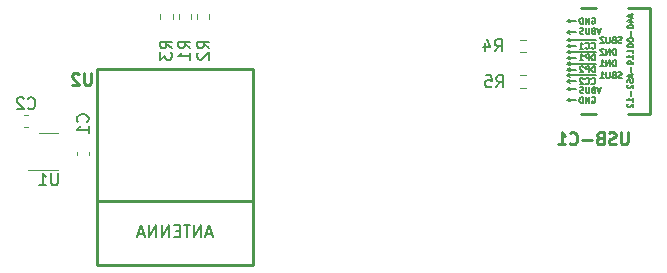
<source format=gbr>
%TF.GenerationSoftware,KiCad,Pcbnew,7.0.5*%
%TF.CreationDate,2023-07-04T18:58:13+01:00*%
%TF.ProjectId,Rapid Training Target,52617069-6420-4547-9261-696e696e6720,B*%
%TF.SameCoordinates,PX2160ec0PY5f5dd18*%
%TF.FileFunction,Legend,Bot*%
%TF.FilePolarity,Positive*%
%FSLAX46Y46*%
G04 Gerber Fmt 4.6, Leading zero omitted, Abs format (unit mm)*
G04 Created by KiCad (PCBNEW 7.0.5) date 2023-07-04 18:58:13*
%MOMM*%
%LPD*%
G01*
G04 APERTURE LIST*
%ADD10C,0.150000*%
%ADD11C,0.254000*%
%ADD12C,0.200000*%
%ADD13C,0.127000*%
%ADD14C,0.120000*%
G04 APERTURE END LIST*
D10*
%TO.C,R5*%
X194916666Y9610181D02*
X195249999Y10086372D01*
X195488094Y9610181D02*
X195488094Y10610181D01*
X195488094Y10610181D02*
X195107142Y10610181D01*
X195107142Y10610181D02*
X195011904Y10562562D01*
X195011904Y10562562D02*
X194964285Y10514943D01*
X194964285Y10514943D02*
X194916666Y10419705D01*
X194916666Y10419705D02*
X194916666Y10276848D01*
X194916666Y10276848D02*
X194964285Y10181610D01*
X194964285Y10181610D02*
X195011904Y10133991D01*
X195011904Y10133991D02*
X195107142Y10086372D01*
X195107142Y10086372D02*
X195488094Y10086372D01*
X194011904Y10610181D02*
X194488094Y10610181D01*
X194488094Y10610181D02*
X194535713Y10133991D01*
X194535713Y10133991D02*
X194488094Y10181610D01*
X194488094Y10181610D02*
X194392856Y10229229D01*
X194392856Y10229229D02*
X194154761Y10229229D01*
X194154761Y10229229D02*
X194059523Y10181610D01*
X194059523Y10181610D02*
X194011904Y10133991D01*
X194011904Y10133991D02*
X193964285Y10038753D01*
X193964285Y10038753D02*
X193964285Y9800658D01*
X193964285Y9800658D02*
X194011904Y9705420D01*
X194011904Y9705420D02*
X194059523Y9657800D01*
X194059523Y9657800D02*
X194154761Y9610181D01*
X194154761Y9610181D02*
X194392856Y9610181D01*
X194392856Y9610181D02*
X194488094Y9657800D01*
X194488094Y9657800D02*
X194535713Y9705420D01*
%TO.C,C2*%
X155272666Y7851420D02*
X155320285Y7803800D01*
X155320285Y7803800D02*
X155463142Y7756181D01*
X155463142Y7756181D02*
X155558380Y7756181D01*
X155558380Y7756181D02*
X155701237Y7803800D01*
X155701237Y7803800D02*
X155796475Y7899039D01*
X155796475Y7899039D02*
X155844094Y7994277D01*
X155844094Y7994277D02*
X155891713Y8184753D01*
X155891713Y8184753D02*
X155891713Y8327610D01*
X155891713Y8327610D02*
X155844094Y8518086D01*
X155844094Y8518086D02*
X155796475Y8613324D01*
X155796475Y8613324D02*
X155701237Y8708562D01*
X155701237Y8708562D02*
X155558380Y8756181D01*
X155558380Y8756181D02*
X155463142Y8756181D01*
X155463142Y8756181D02*
X155320285Y8708562D01*
X155320285Y8708562D02*
X155272666Y8660943D01*
X154891713Y8660943D02*
X154844094Y8708562D01*
X154844094Y8708562D02*
X154748856Y8756181D01*
X154748856Y8756181D02*
X154510761Y8756181D01*
X154510761Y8756181D02*
X154415523Y8708562D01*
X154415523Y8708562D02*
X154367904Y8660943D01*
X154367904Y8660943D02*
X154320285Y8565705D01*
X154320285Y8565705D02*
X154320285Y8470467D01*
X154320285Y8470467D02*
X154367904Y8327610D01*
X154367904Y8327610D02*
X154939332Y7756181D01*
X154939332Y7756181D02*
X154320285Y7756181D01*
%TO.C,U1*%
X157791404Y2320181D02*
X157791404Y1510658D01*
X157791404Y1510658D02*
X157743785Y1415420D01*
X157743785Y1415420D02*
X157696166Y1367800D01*
X157696166Y1367800D02*
X157600928Y1320181D01*
X157600928Y1320181D02*
X157410452Y1320181D01*
X157410452Y1320181D02*
X157315214Y1367800D01*
X157315214Y1367800D02*
X157267595Y1415420D01*
X157267595Y1415420D02*
X157219976Y1510658D01*
X157219976Y1510658D02*
X157219976Y2320181D01*
X156219976Y1320181D02*
X156791404Y1320181D01*
X156505690Y1320181D02*
X156505690Y2320181D01*
X156505690Y2320181D02*
X156600928Y2177324D01*
X156600928Y2177324D02*
X156696166Y2082086D01*
X156696166Y2082086D02*
X156791404Y2034467D01*
%TO.C,C1*%
X160304580Y6693667D02*
X160352200Y6741286D01*
X160352200Y6741286D02*
X160399819Y6884143D01*
X160399819Y6884143D02*
X160399819Y6979381D01*
X160399819Y6979381D02*
X160352200Y7122238D01*
X160352200Y7122238D02*
X160256961Y7217476D01*
X160256961Y7217476D02*
X160161723Y7265095D01*
X160161723Y7265095D02*
X159971247Y7312714D01*
X159971247Y7312714D02*
X159828390Y7312714D01*
X159828390Y7312714D02*
X159637914Y7265095D01*
X159637914Y7265095D02*
X159542676Y7217476D01*
X159542676Y7217476D02*
X159447438Y7122238D01*
X159447438Y7122238D02*
X159399819Y6979381D01*
X159399819Y6979381D02*
X159399819Y6884143D01*
X159399819Y6884143D02*
X159447438Y6741286D01*
X159447438Y6741286D02*
X159495057Y6693667D01*
X160399819Y5741286D02*
X160399819Y6312714D01*
X160399819Y6027000D02*
X159399819Y6027000D01*
X159399819Y6027000D02*
X159542676Y6122238D01*
X159542676Y6122238D02*
X159637914Y6217476D01*
X159637914Y6217476D02*
X159685533Y6312714D01*
D11*
%TO.C,U2*%
X160595095Y10826688D02*
X160595095Y10004211D01*
X160595095Y10004211D02*
X160546714Y9907449D01*
X160546714Y9907449D02*
X160498333Y9859068D01*
X160498333Y9859068D02*
X160401571Y9810688D01*
X160401571Y9810688D02*
X160208047Y9810688D01*
X160208047Y9810688D02*
X160111285Y9859068D01*
X160111285Y9859068D02*
X160062904Y9907449D01*
X160062904Y9907449D02*
X160014523Y10004211D01*
X160014523Y10004211D02*
X160014523Y10826688D01*
X159579095Y10729926D02*
X159530714Y10778307D01*
X159530714Y10778307D02*
X159433952Y10826688D01*
X159433952Y10826688D02*
X159192047Y10826688D01*
X159192047Y10826688D02*
X159095285Y10778307D01*
X159095285Y10778307D02*
X159046904Y10729926D01*
X159046904Y10729926D02*
X158998523Y10633164D01*
X158998523Y10633164D02*
X158998523Y10536402D01*
X158998523Y10536402D02*
X159046904Y10391259D01*
X159046904Y10391259D02*
X159627476Y9810688D01*
X159627476Y9810688D02*
X158998523Y9810688D01*
D12*
X170863571Y-2803835D02*
X170379761Y-2803835D01*
X170960333Y-3094120D02*
X170621666Y-2078120D01*
X170621666Y-2078120D02*
X170282999Y-3094120D01*
X169944333Y-3094120D02*
X169944333Y-2078120D01*
X169944333Y-2078120D02*
X169363761Y-3094120D01*
X169363761Y-3094120D02*
X169363761Y-2078120D01*
X169025095Y-2078120D02*
X168444523Y-2078120D01*
X168734809Y-3094120D02*
X168734809Y-2078120D01*
X168105857Y-2561930D02*
X167767190Y-2561930D01*
X167622047Y-3094120D02*
X168105857Y-3094120D01*
X168105857Y-3094120D02*
X168105857Y-2078120D01*
X168105857Y-2078120D02*
X167622047Y-2078120D01*
X167186619Y-3094120D02*
X167186619Y-2078120D01*
X167186619Y-2078120D02*
X166606047Y-3094120D01*
X166606047Y-3094120D02*
X166606047Y-2078120D01*
X166122238Y-3094120D02*
X166122238Y-2078120D01*
X166122238Y-2078120D02*
X165541666Y-3094120D01*
X165541666Y-3094120D02*
X165541666Y-2078120D01*
X165106238Y-2803835D02*
X164622428Y-2803835D01*
X165203000Y-3094120D02*
X164864333Y-2078120D01*
X164864333Y-2078120D02*
X164525666Y-3094120D01*
D11*
%TO.C,USB-C1*%
X206034857Y5803188D02*
X206034857Y4980711D01*
X206034857Y4980711D02*
X205986476Y4883949D01*
X205986476Y4883949D02*
X205938095Y4835568D01*
X205938095Y4835568D02*
X205841333Y4787188D01*
X205841333Y4787188D02*
X205647809Y4787188D01*
X205647809Y4787188D02*
X205551047Y4835568D01*
X205551047Y4835568D02*
X205502666Y4883949D01*
X205502666Y4883949D02*
X205454285Y4980711D01*
X205454285Y4980711D02*
X205454285Y5803188D01*
X205018857Y4835568D02*
X204873714Y4787188D01*
X204873714Y4787188D02*
X204631809Y4787188D01*
X204631809Y4787188D02*
X204535047Y4835568D01*
X204535047Y4835568D02*
X204486666Y4883949D01*
X204486666Y4883949D02*
X204438285Y4980711D01*
X204438285Y4980711D02*
X204438285Y5077473D01*
X204438285Y5077473D02*
X204486666Y5174235D01*
X204486666Y5174235D02*
X204535047Y5222616D01*
X204535047Y5222616D02*
X204631809Y5270997D01*
X204631809Y5270997D02*
X204825333Y5319378D01*
X204825333Y5319378D02*
X204922095Y5367759D01*
X204922095Y5367759D02*
X204970476Y5416140D01*
X204970476Y5416140D02*
X205018857Y5512902D01*
X205018857Y5512902D02*
X205018857Y5609664D01*
X205018857Y5609664D02*
X204970476Y5706426D01*
X204970476Y5706426D02*
X204922095Y5754807D01*
X204922095Y5754807D02*
X204825333Y5803188D01*
X204825333Y5803188D02*
X204583428Y5803188D01*
X204583428Y5803188D02*
X204438285Y5754807D01*
X203664190Y5319378D02*
X203519047Y5270997D01*
X203519047Y5270997D02*
X203470666Y5222616D01*
X203470666Y5222616D02*
X203422285Y5125854D01*
X203422285Y5125854D02*
X203422285Y4980711D01*
X203422285Y4980711D02*
X203470666Y4883949D01*
X203470666Y4883949D02*
X203519047Y4835568D01*
X203519047Y4835568D02*
X203615809Y4787188D01*
X203615809Y4787188D02*
X204002857Y4787188D01*
X204002857Y4787188D02*
X204002857Y5803188D01*
X204002857Y5803188D02*
X203664190Y5803188D01*
X203664190Y5803188D02*
X203567428Y5754807D01*
X203567428Y5754807D02*
X203519047Y5706426D01*
X203519047Y5706426D02*
X203470666Y5609664D01*
X203470666Y5609664D02*
X203470666Y5512902D01*
X203470666Y5512902D02*
X203519047Y5416140D01*
X203519047Y5416140D02*
X203567428Y5367759D01*
X203567428Y5367759D02*
X203664190Y5319378D01*
X203664190Y5319378D02*
X204002857Y5319378D01*
X202986857Y5174235D02*
X202212762Y5174235D01*
X201148380Y4883949D02*
X201196761Y4835568D01*
X201196761Y4835568D02*
X201341904Y4787188D01*
X201341904Y4787188D02*
X201438666Y4787188D01*
X201438666Y4787188D02*
X201583809Y4835568D01*
X201583809Y4835568D02*
X201680571Y4932330D01*
X201680571Y4932330D02*
X201728952Y5029092D01*
X201728952Y5029092D02*
X201777333Y5222616D01*
X201777333Y5222616D02*
X201777333Y5367759D01*
X201777333Y5367759D02*
X201728952Y5561283D01*
X201728952Y5561283D02*
X201680571Y5658045D01*
X201680571Y5658045D02*
X201583809Y5754807D01*
X201583809Y5754807D02*
X201438666Y5803188D01*
X201438666Y5803188D02*
X201341904Y5803188D01*
X201341904Y5803188D02*
X201196761Y5754807D01*
X201196761Y5754807D02*
X201148380Y5706426D01*
X200180761Y4787188D02*
X200761333Y4787188D01*
X200471047Y4787188D02*
X200471047Y5803188D01*
X200471047Y5803188D02*
X200567809Y5658045D01*
X200567809Y5658045D02*
X200664571Y5561283D01*
X200664571Y5561283D02*
X200761333Y5512902D01*
D13*
X205540143Y10406784D02*
X205467571Y10382594D01*
X205467571Y10382594D02*
X205346619Y10382594D01*
X205346619Y10382594D02*
X205298238Y10406784D01*
X205298238Y10406784D02*
X205274047Y10430975D01*
X205274047Y10430975D02*
X205249857Y10479356D01*
X205249857Y10479356D02*
X205249857Y10527737D01*
X205249857Y10527737D02*
X205274047Y10576118D01*
X205274047Y10576118D02*
X205298238Y10600308D01*
X205298238Y10600308D02*
X205346619Y10624499D01*
X205346619Y10624499D02*
X205443381Y10648689D01*
X205443381Y10648689D02*
X205491762Y10672880D01*
X205491762Y10672880D02*
X205515952Y10697070D01*
X205515952Y10697070D02*
X205540143Y10745451D01*
X205540143Y10745451D02*
X205540143Y10793832D01*
X205540143Y10793832D02*
X205515952Y10842213D01*
X205515952Y10842213D02*
X205491762Y10866404D01*
X205491762Y10866404D02*
X205443381Y10890594D01*
X205443381Y10890594D02*
X205322428Y10890594D01*
X205322428Y10890594D02*
X205249857Y10866404D01*
X204862809Y10648689D02*
X204790237Y10624499D01*
X204790237Y10624499D02*
X204766047Y10600308D01*
X204766047Y10600308D02*
X204741856Y10551927D01*
X204741856Y10551927D02*
X204741856Y10479356D01*
X204741856Y10479356D02*
X204766047Y10430975D01*
X204766047Y10430975D02*
X204790237Y10406784D01*
X204790237Y10406784D02*
X204838618Y10382594D01*
X204838618Y10382594D02*
X205032142Y10382594D01*
X205032142Y10382594D02*
X205032142Y10890594D01*
X205032142Y10890594D02*
X204862809Y10890594D01*
X204862809Y10890594D02*
X204814428Y10866404D01*
X204814428Y10866404D02*
X204790237Y10842213D01*
X204790237Y10842213D02*
X204766047Y10793832D01*
X204766047Y10793832D02*
X204766047Y10745451D01*
X204766047Y10745451D02*
X204790237Y10697070D01*
X204790237Y10697070D02*
X204814428Y10672880D01*
X204814428Y10672880D02*
X204862809Y10648689D01*
X204862809Y10648689D02*
X205032142Y10648689D01*
X204524142Y10890594D02*
X204524142Y10479356D01*
X204524142Y10479356D02*
X204499952Y10430975D01*
X204499952Y10430975D02*
X204475761Y10406784D01*
X204475761Y10406784D02*
X204427380Y10382594D01*
X204427380Y10382594D02*
X204330618Y10382594D01*
X204330618Y10382594D02*
X204282237Y10406784D01*
X204282237Y10406784D02*
X204258047Y10430975D01*
X204258047Y10430975D02*
X204233856Y10479356D01*
X204233856Y10479356D02*
X204233856Y10890594D01*
X203725857Y10382594D02*
X204016143Y10382594D01*
X203871000Y10382594D02*
X203871000Y10890594D01*
X203871000Y10890594D02*
X203919381Y10818023D01*
X203919381Y10818023D02*
X203967762Y10769642D01*
X203967762Y10769642D02*
X204016143Y10745451D01*
X203020047Y15481904D02*
X203068428Y15506094D01*
X203068428Y15506094D02*
X203140999Y15506094D01*
X203140999Y15506094D02*
X203213571Y15481904D01*
X203213571Y15481904D02*
X203261952Y15433523D01*
X203261952Y15433523D02*
X203286142Y15385142D01*
X203286142Y15385142D02*
X203310333Y15288380D01*
X203310333Y15288380D02*
X203310333Y15215808D01*
X203310333Y15215808D02*
X203286142Y15119046D01*
X203286142Y15119046D02*
X203261952Y15070665D01*
X203261952Y15070665D02*
X203213571Y15022284D01*
X203213571Y15022284D02*
X203140999Y14998094D01*
X203140999Y14998094D02*
X203092618Y14998094D01*
X203092618Y14998094D02*
X203020047Y15022284D01*
X203020047Y15022284D02*
X202995856Y15046475D01*
X202995856Y15046475D02*
X202995856Y15215808D01*
X202995856Y15215808D02*
X203092618Y15215808D01*
X202778142Y14998094D02*
X202778142Y15506094D01*
X202778142Y15506094D02*
X202487856Y14998094D01*
X202487856Y14998094D02*
X202487856Y15506094D01*
X202245952Y14998094D02*
X202245952Y15506094D01*
X202245952Y15506094D02*
X202125000Y15506094D01*
X202125000Y15506094D02*
X202052428Y15481904D01*
X202052428Y15481904D02*
X202004047Y15433523D01*
X202004047Y15433523D02*
X201979857Y15385142D01*
X201979857Y15385142D02*
X201955666Y15288380D01*
X201955666Y15288380D02*
X201955666Y15215808D01*
X201955666Y15215808D02*
X201979857Y15119046D01*
X201979857Y15119046D02*
X202004047Y15070665D01*
X202004047Y15070665D02*
X202052428Y15022284D01*
X202052428Y15022284D02*
X202125000Y14998094D01*
X202125000Y14998094D02*
X202245952Y14998094D01*
X202971666Y9930975D02*
X202995857Y9906784D01*
X202995857Y9906784D02*
X203068428Y9882594D01*
X203068428Y9882594D02*
X203116809Y9882594D01*
X203116809Y9882594D02*
X203189381Y9906784D01*
X203189381Y9906784D02*
X203237762Y9955165D01*
X203237762Y9955165D02*
X203261952Y10003546D01*
X203261952Y10003546D02*
X203286143Y10100308D01*
X203286143Y10100308D02*
X203286143Y10172880D01*
X203286143Y10172880D02*
X203261952Y10269642D01*
X203261952Y10269642D02*
X203237762Y10318023D01*
X203237762Y10318023D02*
X203189381Y10366404D01*
X203189381Y10366404D02*
X203116809Y10390594D01*
X203116809Y10390594D02*
X203068428Y10390594D01*
X203068428Y10390594D02*
X202995857Y10366404D01*
X202995857Y10366404D02*
X202971666Y10342213D01*
X202463666Y9930975D02*
X202487857Y9906784D01*
X202487857Y9906784D02*
X202560428Y9882594D01*
X202560428Y9882594D02*
X202608809Y9882594D01*
X202608809Y9882594D02*
X202681381Y9906784D01*
X202681381Y9906784D02*
X202729762Y9955165D01*
X202729762Y9955165D02*
X202753952Y10003546D01*
X202753952Y10003546D02*
X202778143Y10100308D01*
X202778143Y10100308D02*
X202778143Y10172880D01*
X202778143Y10172880D02*
X202753952Y10269642D01*
X202753952Y10269642D02*
X202729762Y10318023D01*
X202729762Y10318023D02*
X202681381Y10366404D01*
X202681381Y10366404D02*
X202608809Y10390594D01*
X202608809Y10390594D02*
X202560428Y10390594D01*
X202560428Y10390594D02*
X202487857Y10366404D01*
X202487857Y10366404D02*
X202463666Y10342213D01*
X202270143Y10342213D02*
X202245952Y10366404D01*
X202245952Y10366404D02*
X202197571Y10390594D01*
X202197571Y10390594D02*
X202076619Y10390594D01*
X202076619Y10390594D02*
X202028238Y10366404D01*
X202028238Y10366404D02*
X202004047Y10342213D01*
X202004047Y10342213D02*
X201979857Y10293832D01*
X201979857Y10293832D02*
X201979857Y10245451D01*
X201979857Y10245451D02*
X202004047Y10172880D01*
X202004047Y10172880D02*
X202294333Y9882594D01*
X202294333Y9882594D02*
X201979857Y9882594D01*
X205024047Y11382594D02*
X205024047Y11890594D01*
X205024047Y11890594D02*
X204903095Y11890594D01*
X204903095Y11890594D02*
X204830523Y11866404D01*
X204830523Y11866404D02*
X204782142Y11818023D01*
X204782142Y11818023D02*
X204757952Y11769642D01*
X204757952Y11769642D02*
X204733761Y11672880D01*
X204733761Y11672880D02*
X204733761Y11600308D01*
X204733761Y11600308D02*
X204757952Y11503546D01*
X204757952Y11503546D02*
X204782142Y11455165D01*
X204782142Y11455165D02*
X204830523Y11406784D01*
X204830523Y11406784D02*
X204903095Y11382594D01*
X204903095Y11382594D02*
X205024047Y11382594D01*
X204516047Y11382594D02*
X204516047Y11890594D01*
X204516047Y11890594D02*
X204225761Y11382594D01*
X204225761Y11382594D02*
X204225761Y11890594D01*
X203717762Y11382594D02*
X204008048Y11382594D01*
X203862905Y11382594D02*
X203862905Y11890594D01*
X203862905Y11890594D02*
X203911286Y11818023D01*
X203911286Y11818023D02*
X203959667Y11769642D01*
X203959667Y11769642D02*
X204008048Y11745451D01*
X203261952Y11882594D02*
X203261952Y12390594D01*
X203261952Y12390594D02*
X203141000Y12390594D01*
X203141000Y12390594D02*
X203068428Y12366404D01*
X203068428Y12366404D02*
X203020047Y12318023D01*
X203020047Y12318023D02*
X202995857Y12269642D01*
X202995857Y12269642D02*
X202971666Y12172880D01*
X202971666Y12172880D02*
X202971666Y12100308D01*
X202971666Y12100308D02*
X202995857Y12003546D01*
X202995857Y12003546D02*
X203020047Y11955165D01*
X203020047Y11955165D02*
X203068428Y11906784D01*
X203068428Y11906784D02*
X203141000Y11882594D01*
X203141000Y11882594D02*
X203261952Y11882594D01*
X202753952Y11882594D02*
X202753952Y12390594D01*
X202753952Y12390594D02*
X202560428Y12390594D01*
X202560428Y12390594D02*
X202512047Y12366404D01*
X202512047Y12366404D02*
X202487857Y12342213D01*
X202487857Y12342213D02*
X202463666Y12293832D01*
X202463666Y12293832D02*
X202463666Y12221261D01*
X202463666Y12221261D02*
X202487857Y12172880D01*
X202487857Y12172880D02*
X202512047Y12148689D01*
X202512047Y12148689D02*
X202560428Y12124499D01*
X202560428Y12124499D02*
X202753952Y12124499D01*
X201979857Y11882594D02*
X202270143Y11882594D01*
X202125000Y11882594D02*
X202125000Y12390594D01*
X202125000Y12390594D02*
X202173381Y12318023D01*
X202173381Y12318023D02*
X202221762Y12269642D01*
X202221762Y12269642D02*
X202270143Y12245451D01*
X205024047Y12382594D02*
X205024047Y12890594D01*
X205024047Y12890594D02*
X204903095Y12890594D01*
X204903095Y12890594D02*
X204830523Y12866404D01*
X204830523Y12866404D02*
X204782142Y12818023D01*
X204782142Y12818023D02*
X204757952Y12769642D01*
X204757952Y12769642D02*
X204733761Y12672880D01*
X204733761Y12672880D02*
X204733761Y12600308D01*
X204733761Y12600308D02*
X204757952Y12503546D01*
X204757952Y12503546D02*
X204782142Y12455165D01*
X204782142Y12455165D02*
X204830523Y12406784D01*
X204830523Y12406784D02*
X204903095Y12382594D01*
X204903095Y12382594D02*
X205024047Y12382594D01*
X204516047Y12382594D02*
X204516047Y12890594D01*
X204516047Y12890594D02*
X204225761Y12382594D01*
X204225761Y12382594D02*
X204225761Y12890594D01*
X204008048Y12842213D02*
X203983857Y12866404D01*
X203983857Y12866404D02*
X203935476Y12890594D01*
X203935476Y12890594D02*
X203814524Y12890594D01*
X203814524Y12890594D02*
X203766143Y12866404D01*
X203766143Y12866404D02*
X203741952Y12842213D01*
X203741952Y12842213D02*
X203717762Y12793832D01*
X203717762Y12793832D02*
X203717762Y12745451D01*
X203717762Y12745451D02*
X203741952Y12672880D01*
X203741952Y12672880D02*
X204032238Y12382594D01*
X204032238Y12382594D02*
X203717762Y12382594D01*
X203261952Y10882594D02*
X203261952Y11390594D01*
X203261952Y11390594D02*
X203141000Y11390594D01*
X203141000Y11390594D02*
X203068428Y11366404D01*
X203068428Y11366404D02*
X203020047Y11318023D01*
X203020047Y11318023D02*
X202995857Y11269642D01*
X202995857Y11269642D02*
X202971666Y11172880D01*
X202971666Y11172880D02*
X202971666Y11100308D01*
X202971666Y11100308D02*
X202995857Y11003546D01*
X202995857Y11003546D02*
X203020047Y10955165D01*
X203020047Y10955165D02*
X203068428Y10906784D01*
X203068428Y10906784D02*
X203141000Y10882594D01*
X203141000Y10882594D02*
X203261952Y10882594D01*
X202753952Y10882594D02*
X202753952Y11390594D01*
X202753952Y11390594D02*
X202560428Y11390594D01*
X202560428Y11390594D02*
X202512047Y11366404D01*
X202512047Y11366404D02*
X202487857Y11342213D01*
X202487857Y11342213D02*
X202463666Y11293832D01*
X202463666Y11293832D02*
X202463666Y11221261D01*
X202463666Y11221261D02*
X202487857Y11172880D01*
X202487857Y11172880D02*
X202512047Y11148689D01*
X202512047Y11148689D02*
X202560428Y11124499D01*
X202560428Y11124499D02*
X202753952Y11124499D01*
X202270143Y11342213D02*
X202245952Y11366404D01*
X202245952Y11366404D02*
X202197571Y11390594D01*
X202197571Y11390594D02*
X202076619Y11390594D01*
X202076619Y11390594D02*
X202028238Y11366404D01*
X202028238Y11366404D02*
X202004047Y11342213D01*
X202004047Y11342213D02*
X201979857Y11293832D01*
X201979857Y11293832D02*
X201979857Y11245451D01*
X201979857Y11245451D02*
X202004047Y11172880D01*
X202004047Y11172880D02*
X202294333Y10882594D01*
X202294333Y10882594D02*
X201979857Y10882594D01*
X205540143Y13406784D02*
X205467571Y13382594D01*
X205467571Y13382594D02*
X205346619Y13382594D01*
X205346619Y13382594D02*
X205298238Y13406784D01*
X205298238Y13406784D02*
X205274047Y13430975D01*
X205274047Y13430975D02*
X205249857Y13479356D01*
X205249857Y13479356D02*
X205249857Y13527737D01*
X205249857Y13527737D02*
X205274047Y13576118D01*
X205274047Y13576118D02*
X205298238Y13600308D01*
X205298238Y13600308D02*
X205346619Y13624499D01*
X205346619Y13624499D02*
X205443381Y13648689D01*
X205443381Y13648689D02*
X205491762Y13672880D01*
X205491762Y13672880D02*
X205515952Y13697070D01*
X205515952Y13697070D02*
X205540143Y13745451D01*
X205540143Y13745451D02*
X205540143Y13793832D01*
X205540143Y13793832D02*
X205515952Y13842213D01*
X205515952Y13842213D02*
X205491762Y13866404D01*
X205491762Y13866404D02*
X205443381Y13890594D01*
X205443381Y13890594D02*
X205322428Y13890594D01*
X205322428Y13890594D02*
X205249857Y13866404D01*
X204862809Y13648689D02*
X204790237Y13624499D01*
X204790237Y13624499D02*
X204766047Y13600308D01*
X204766047Y13600308D02*
X204741856Y13551927D01*
X204741856Y13551927D02*
X204741856Y13479356D01*
X204741856Y13479356D02*
X204766047Y13430975D01*
X204766047Y13430975D02*
X204790237Y13406784D01*
X204790237Y13406784D02*
X204838618Y13382594D01*
X204838618Y13382594D02*
X205032142Y13382594D01*
X205032142Y13382594D02*
X205032142Y13890594D01*
X205032142Y13890594D02*
X204862809Y13890594D01*
X204862809Y13890594D02*
X204814428Y13866404D01*
X204814428Y13866404D02*
X204790237Y13842213D01*
X204790237Y13842213D02*
X204766047Y13793832D01*
X204766047Y13793832D02*
X204766047Y13745451D01*
X204766047Y13745451D02*
X204790237Y13697070D01*
X204790237Y13697070D02*
X204814428Y13672880D01*
X204814428Y13672880D02*
X204862809Y13648689D01*
X204862809Y13648689D02*
X205032142Y13648689D01*
X204524142Y13890594D02*
X204524142Y13479356D01*
X204524142Y13479356D02*
X204499952Y13430975D01*
X204499952Y13430975D02*
X204475761Y13406784D01*
X204475761Y13406784D02*
X204427380Y13382594D01*
X204427380Y13382594D02*
X204330618Y13382594D01*
X204330618Y13382594D02*
X204282237Y13406784D01*
X204282237Y13406784D02*
X204258047Y13430975D01*
X204258047Y13430975D02*
X204233856Y13479356D01*
X204233856Y13479356D02*
X204233856Y13890594D01*
X204016143Y13842213D02*
X203991952Y13866404D01*
X203991952Y13866404D02*
X203943571Y13890594D01*
X203943571Y13890594D02*
X203822619Y13890594D01*
X203822619Y13890594D02*
X203774238Y13866404D01*
X203774238Y13866404D02*
X203750047Y13842213D01*
X203750047Y13842213D02*
X203725857Y13793832D01*
X203725857Y13793832D02*
X203725857Y13745451D01*
X203725857Y13745451D02*
X203750047Y13672880D01*
X203750047Y13672880D02*
X204040333Y13382594D01*
X204040333Y13382594D02*
X203725857Y13382594D01*
X203814333Y9640594D02*
X203644999Y9132594D01*
X203644999Y9132594D02*
X203475666Y9640594D01*
X203136999Y9398689D02*
X203064427Y9374499D01*
X203064427Y9374499D02*
X203040237Y9350308D01*
X203040237Y9350308D02*
X203016046Y9301927D01*
X203016046Y9301927D02*
X203016046Y9229356D01*
X203016046Y9229356D02*
X203040237Y9180975D01*
X203040237Y9180975D02*
X203064427Y9156784D01*
X203064427Y9156784D02*
X203112808Y9132594D01*
X203112808Y9132594D02*
X203306332Y9132594D01*
X203306332Y9132594D02*
X203306332Y9640594D01*
X203306332Y9640594D02*
X203136999Y9640594D01*
X203136999Y9640594D02*
X203088618Y9616404D01*
X203088618Y9616404D02*
X203064427Y9592213D01*
X203064427Y9592213D02*
X203040237Y9543832D01*
X203040237Y9543832D02*
X203040237Y9495451D01*
X203040237Y9495451D02*
X203064427Y9447070D01*
X203064427Y9447070D02*
X203088618Y9422880D01*
X203088618Y9422880D02*
X203136999Y9398689D01*
X203136999Y9398689D02*
X203306332Y9398689D01*
X202798332Y9640594D02*
X202798332Y9229356D01*
X202798332Y9229356D02*
X202774142Y9180975D01*
X202774142Y9180975D02*
X202749951Y9156784D01*
X202749951Y9156784D02*
X202701570Y9132594D01*
X202701570Y9132594D02*
X202604808Y9132594D01*
X202604808Y9132594D02*
X202556427Y9156784D01*
X202556427Y9156784D02*
X202532237Y9180975D01*
X202532237Y9180975D02*
X202508046Y9229356D01*
X202508046Y9229356D02*
X202508046Y9640594D01*
X202290333Y9156784D02*
X202217761Y9132594D01*
X202217761Y9132594D02*
X202096809Y9132594D01*
X202096809Y9132594D02*
X202048428Y9156784D01*
X202048428Y9156784D02*
X202024237Y9180975D01*
X202024237Y9180975D02*
X202000047Y9229356D01*
X202000047Y9229356D02*
X202000047Y9277737D01*
X202000047Y9277737D02*
X202024237Y9326118D01*
X202024237Y9326118D02*
X202048428Y9350308D01*
X202048428Y9350308D02*
X202096809Y9374499D01*
X202096809Y9374499D02*
X202193571Y9398689D01*
X202193571Y9398689D02*
X202241952Y9422880D01*
X202241952Y9422880D02*
X202266142Y9447070D01*
X202266142Y9447070D02*
X202290333Y9495451D01*
X202290333Y9495451D02*
X202290333Y9543832D01*
X202290333Y9543832D02*
X202266142Y9592213D01*
X202266142Y9592213D02*
X202241952Y9616404D01*
X202241952Y9616404D02*
X202193571Y9640594D01*
X202193571Y9640594D02*
X202072618Y9640594D01*
X202072618Y9640594D02*
X202000047Y9616404D01*
X206383263Y15804051D02*
X206383263Y15562146D01*
X206528406Y15852432D02*
X206020406Y15683098D01*
X206020406Y15683098D02*
X206528406Y15513765D01*
X206189739Y15126717D02*
X206528406Y15126717D01*
X205996216Y15247669D02*
X206359073Y15368622D01*
X206359073Y15368622D02*
X206359073Y15054145D01*
X206020406Y14763859D02*
X206020406Y14715478D01*
X206020406Y14715478D02*
X206044596Y14667097D01*
X206044596Y14667097D02*
X206068787Y14642907D01*
X206068787Y14642907D02*
X206117168Y14618716D01*
X206117168Y14618716D02*
X206213930Y14594526D01*
X206213930Y14594526D02*
X206334882Y14594526D01*
X206334882Y14594526D02*
X206431644Y14618716D01*
X206431644Y14618716D02*
X206480025Y14642907D01*
X206480025Y14642907D02*
X206504216Y14667097D01*
X206504216Y14667097D02*
X206528406Y14715478D01*
X206528406Y14715478D02*
X206528406Y14763859D01*
X206528406Y14763859D02*
X206504216Y14812240D01*
X206504216Y14812240D02*
X206480025Y14836431D01*
X206480025Y14836431D02*
X206431644Y14860621D01*
X206431644Y14860621D02*
X206334882Y14884812D01*
X206334882Y14884812D02*
X206213930Y14884812D01*
X206213930Y14884812D02*
X206117168Y14860621D01*
X206117168Y14860621D02*
X206068787Y14836431D01*
X206068787Y14836431D02*
X206044596Y14812240D01*
X206044596Y14812240D02*
X206020406Y14763859D01*
X206334882Y14376811D02*
X206334882Y13989763D01*
X206020406Y13651097D02*
X206020406Y13602716D01*
X206020406Y13602716D02*
X206044596Y13554335D01*
X206044596Y13554335D02*
X206068787Y13530145D01*
X206068787Y13530145D02*
X206117168Y13505954D01*
X206117168Y13505954D02*
X206213930Y13481764D01*
X206213930Y13481764D02*
X206334882Y13481764D01*
X206334882Y13481764D02*
X206431644Y13505954D01*
X206431644Y13505954D02*
X206480025Y13530145D01*
X206480025Y13530145D02*
X206504216Y13554335D01*
X206504216Y13554335D02*
X206528406Y13602716D01*
X206528406Y13602716D02*
X206528406Y13651097D01*
X206528406Y13651097D02*
X206504216Y13699478D01*
X206504216Y13699478D02*
X206480025Y13723669D01*
X206480025Y13723669D02*
X206431644Y13747859D01*
X206431644Y13747859D02*
X206334882Y13772050D01*
X206334882Y13772050D02*
X206213930Y13772050D01*
X206213930Y13772050D02*
X206117168Y13747859D01*
X206117168Y13747859D02*
X206068787Y13723669D01*
X206068787Y13723669D02*
X206044596Y13699478D01*
X206044596Y13699478D02*
X206020406Y13651097D01*
X206020406Y13167287D02*
X206020406Y13118906D01*
X206020406Y13118906D02*
X206044596Y13070525D01*
X206044596Y13070525D02*
X206068787Y13046335D01*
X206068787Y13046335D02*
X206117168Y13022144D01*
X206117168Y13022144D02*
X206213930Y12997954D01*
X206213930Y12997954D02*
X206334882Y12997954D01*
X206334882Y12997954D02*
X206431644Y13022144D01*
X206431644Y13022144D02*
X206480025Y13046335D01*
X206480025Y13046335D02*
X206504216Y13070525D01*
X206504216Y13070525D02*
X206528406Y13118906D01*
X206528406Y13118906D02*
X206528406Y13167287D01*
X206528406Y13167287D02*
X206504216Y13215668D01*
X206504216Y13215668D02*
X206480025Y13239859D01*
X206480025Y13239859D02*
X206431644Y13264049D01*
X206431644Y13264049D02*
X206334882Y13288240D01*
X206334882Y13288240D02*
X206213930Y13288240D01*
X206213930Y13288240D02*
X206117168Y13264049D01*
X206117168Y13264049D02*
X206068787Y13239859D01*
X206068787Y13239859D02*
X206044596Y13215668D01*
X206044596Y13215668D02*
X206020406Y13167287D01*
X206528406Y12514144D02*
X206528406Y12804430D01*
X206528406Y12659287D02*
X206020406Y12659287D01*
X206020406Y12659287D02*
X206092977Y12707668D01*
X206092977Y12707668D02*
X206141358Y12756049D01*
X206141358Y12756049D02*
X206165549Y12804430D01*
X206528406Y12030334D02*
X206528406Y12320620D01*
X206528406Y12175477D02*
X206020406Y12175477D01*
X206020406Y12175477D02*
X206092977Y12223858D01*
X206092977Y12223858D02*
X206141358Y12272239D01*
X206141358Y12272239D02*
X206165549Y12320620D01*
X206528406Y11788429D02*
X206528406Y11691667D01*
X206528406Y11691667D02*
X206504216Y11643286D01*
X206504216Y11643286D02*
X206480025Y11619095D01*
X206480025Y11619095D02*
X206407454Y11570714D01*
X206407454Y11570714D02*
X206310692Y11546524D01*
X206310692Y11546524D02*
X206117168Y11546524D01*
X206117168Y11546524D02*
X206068787Y11570714D01*
X206068787Y11570714D02*
X206044596Y11594905D01*
X206044596Y11594905D02*
X206020406Y11643286D01*
X206020406Y11643286D02*
X206020406Y11740048D01*
X206020406Y11740048D02*
X206044596Y11788429D01*
X206044596Y11788429D02*
X206068787Y11812619D01*
X206068787Y11812619D02*
X206117168Y11836810D01*
X206117168Y11836810D02*
X206238120Y11836810D01*
X206238120Y11836810D02*
X206286501Y11812619D01*
X206286501Y11812619D02*
X206310692Y11788429D01*
X206310692Y11788429D02*
X206334882Y11740048D01*
X206334882Y11740048D02*
X206334882Y11643286D01*
X206334882Y11643286D02*
X206310692Y11594905D01*
X206310692Y11594905D02*
X206286501Y11570714D01*
X206286501Y11570714D02*
X206238120Y11546524D01*
X206334882Y11328809D02*
X206334882Y10941761D01*
X206383263Y10724048D02*
X206383263Y10482143D01*
X206528406Y10772429D02*
X206020406Y10603095D01*
X206020406Y10603095D02*
X206528406Y10433762D01*
X206020406Y10022523D02*
X206020406Y10264428D01*
X206020406Y10264428D02*
X206262311Y10288619D01*
X206262311Y10288619D02*
X206238120Y10264428D01*
X206238120Y10264428D02*
X206213930Y10216047D01*
X206213930Y10216047D02*
X206213930Y10095095D01*
X206213930Y10095095D02*
X206238120Y10046714D01*
X206238120Y10046714D02*
X206262311Y10022523D01*
X206262311Y10022523D02*
X206310692Y9998333D01*
X206310692Y9998333D02*
X206431644Y9998333D01*
X206431644Y9998333D02*
X206480025Y10022523D01*
X206480025Y10022523D02*
X206504216Y10046714D01*
X206504216Y10046714D02*
X206528406Y10095095D01*
X206528406Y10095095D02*
X206528406Y10216047D01*
X206528406Y10216047D02*
X206504216Y10264428D01*
X206504216Y10264428D02*
X206480025Y10288619D01*
X206068787Y9804809D02*
X206044596Y9780618D01*
X206044596Y9780618D02*
X206020406Y9732237D01*
X206020406Y9732237D02*
X206020406Y9611285D01*
X206020406Y9611285D02*
X206044596Y9562904D01*
X206044596Y9562904D02*
X206068787Y9538713D01*
X206068787Y9538713D02*
X206117168Y9514523D01*
X206117168Y9514523D02*
X206165549Y9514523D01*
X206165549Y9514523D02*
X206238120Y9538713D01*
X206238120Y9538713D02*
X206528406Y9828999D01*
X206528406Y9828999D02*
X206528406Y9514523D01*
X206334882Y9296808D02*
X206334882Y8909760D01*
X206528406Y8401761D02*
X206528406Y8692047D01*
X206528406Y8546904D02*
X206020406Y8546904D01*
X206020406Y8546904D02*
X206092977Y8595285D01*
X206092977Y8595285D02*
X206141358Y8643666D01*
X206141358Y8643666D02*
X206165549Y8692047D01*
X206068787Y8208237D02*
X206044596Y8184046D01*
X206044596Y8184046D02*
X206020406Y8135665D01*
X206020406Y8135665D02*
X206020406Y8014713D01*
X206020406Y8014713D02*
X206044596Y7966332D01*
X206044596Y7966332D02*
X206068787Y7942141D01*
X206068787Y7942141D02*
X206117168Y7917951D01*
X206117168Y7917951D02*
X206165549Y7917951D01*
X206165549Y7917951D02*
X206238120Y7942141D01*
X206238120Y7942141D02*
X206528406Y8232427D01*
X206528406Y8232427D02*
X206528406Y7917951D01*
X203814333Y14640594D02*
X203644999Y14132594D01*
X203644999Y14132594D02*
X203475666Y14640594D01*
X203136999Y14398689D02*
X203064427Y14374499D01*
X203064427Y14374499D02*
X203040237Y14350308D01*
X203040237Y14350308D02*
X203016046Y14301927D01*
X203016046Y14301927D02*
X203016046Y14229356D01*
X203016046Y14229356D02*
X203040237Y14180975D01*
X203040237Y14180975D02*
X203064427Y14156784D01*
X203064427Y14156784D02*
X203112808Y14132594D01*
X203112808Y14132594D02*
X203306332Y14132594D01*
X203306332Y14132594D02*
X203306332Y14640594D01*
X203306332Y14640594D02*
X203136999Y14640594D01*
X203136999Y14640594D02*
X203088618Y14616404D01*
X203088618Y14616404D02*
X203064427Y14592213D01*
X203064427Y14592213D02*
X203040237Y14543832D01*
X203040237Y14543832D02*
X203040237Y14495451D01*
X203040237Y14495451D02*
X203064427Y14447070D01*
X203064427Y14447070D02*
X203088618Y14422880D01*
X203088618Y14422880D02*
X203136999Y14398689D01*
X203136999Y14398689D02*
X203306332Y14398689D01*
X202798332Y14640594D02*
X202798332Y14229356D01*
X202798332Y14229356D02*
X202774142Y14180975D01*
X202774142Y14180975D02*
X202749951Y14156784D01*
X202749951Y14156784D02*
X202701570Y14132594D01*
X202701570Y14132594D02*
X202604808Y14132594D01*
X202604808Y14132594D02*
X202556427Y14156784D01*
X202556427Y14156784D02*
X202532237Y14180975D01*
X202532237Y14180975D02*
X202508046Y14229356D01*
X202508046Y14229356D02*
X202508046Y14640594D01*
X202290333Y14156784D02*
X202217761Y14132594D01*
X202217761Y14132594D02*
X202096809Y14132594D01*
X202096809Y14132594D02*
X202048428Y14156784D01*
X202048428Y14156784D02*
X202024237Y14180975D01*
X202024237Y14180975D02*
X202000047Y14229356D01*
X202000047Y14229356D02*
X202000047Y14277737D01*
X202000047Y14277737D02*
X202024237Y14326118D01*
X202024237Y14326118D02*
X202048428Y14350308D01*
X202048428Y14350308D02*
X202096809Y14374499D01*
X202096809Y14374499D02*
X202193571Y14398689D01*
X202193571Y14398689D02*
X202241952Y14422880D01*
X202241952Y14422880D02*
X202266142Y14447070D01*
X202266142Y14447070D02*
X202290333Y14495451D01*
X202290333Y14495451D02*
X202290333Y14543832D01*
X202290333Y14543832D02*
X202266142Y14592213D01*
X202266142Y14592213D02*
X202241952Y14616404D01*
X202241952Y14616404D02*
X202193571Y14640594D01*
X202193571Y14640594D02*
X202072618Y14640594D01*
X202072618Y14640594D02*
X202000047Y14616404D01*
X202971666Y12930975D02*
X202995857Y12906784D01*
X202995857Y12906784D02*
X203068428Y12882594D01*
X203068428Y12882594D02*
X203116809Y12882594D01*
X203116809Y12882594D02*
X203189381Y12906784D01*
X203189381Y12906784D02*
X203237762Y12955165D01*
X203237762Y12955165D02*
X203261952Y13003546D01*
X203261952Y13003546D02*
X203286143Y13100308D01*
X203286143Y13100308D02*
X203286143Y13172880D01*
X203286143Y13172880D02*
X203261952Y13269642D01*
X203261952Y13269642D02*
X203237762Y13318023D01*
X203237762Y13318023D02*
X203189381Y13366404D01*
X203189381Y13366404D02*
X203116809Y13390594D01*
X203116809Y13390594D02*
X203068428Y13390594D01*
X203068428Y13390594D02*
X202995857Y13366404D01*
X202995857Y13366404D02*
X202971666Y13342213D01*
X202463666Y12930975D02*
X202487857Y12906784D01*
X202487857Y12906784D02*
X202560428Y12882594D01*
X202560428Y12882594D02*
X202608809Y12882594D01*
X202608809Y12882594D02*
X202681381Y12906784D01*
X202681381Y12906784D02*
X202729762Y12955165D01*
X202729762Y12955165D02*
X202753952Y13003546D01*
X202753952Y13003546D02*
X202778143Y13100308D01*
X202778143Y13100308D02*
X202778143Y13172880D01*
X202778143Y13172880D02*
X202753952Y13269642D01*
X202753952Y13269642D02*
X202729762Y13318023D01*
X202729762Y13318023D02*
X202681381Y13366404D01*
X202681381Y13366404D02*
X202608809Y13390594D01*
X202608809Y13390594D02*
X202560428Y13390594D01*
X202560428Y13390594D02*
X202487857Y13366404D01*
X202487857Y13366404D02*
X202463666Y13342213D01*
X201979857Y12882594D02*
X202270143Y12882594D01*
X202125000Y12882594D02*
X202125000Y13390594D01*
X202125000Y13390594D02*
X202173381Y13318023D01*
X202173381Y13318023D02*
X202221762Y13269642D01*
X202221762Y13269642D02*
X202270143Y13245451D01*
X203020047Y8750904D02*
X203068428Y8775094D01*
X203068428Y8775094D02*
X203140999Y8775094D01*
X203140999Y8775094D02*
X203213571Y8750904D01*
X203213571Y8750904D02*
X203261952Y8702523D01*
X203261952Y8702523D02*
X203286142Y8654142D01*
X203286142Y8654142D02*
X203310333Y8557380D01*
X203310333Y8557380D02*
X203310333Y8484808D01*
X203310333Y8484808D02*
X203286142Y8388046D01*
X203286142Y8388046D02*
X203261952Y8339665D01*
X203261952Y8339665D02*
X203213571Y8291284D01*
X203213571Y8291284D02*
X203140999Y8267094D01*
X203140999Y8267094D02*
X203092618Y8267094D01*
X203092618Y8267094D02*
X203020047Y8291284D01*
X203020047Y8291284D02*
X202995856Y8315475D01*
X202995856Y8315475D02*
X202995856Y8484808D01*
X202995856Y8484808D02*
X203092618Y8484808D01*
X202778142Y8267094D02*
X202778142Y8775094D01*
X202778142Y8775094D02*
X202487856Y8267094D01*
X202487856Y8267094D02*
X202487856Y8775094D01*
X202245952Y8267094D02*
X202245952Y8775094D01*
X202245952Y8775094D02*
X202125000Y8775094D01*
X202125000Y8775094D02*
X202052428Y8750904D01*
X202052428Y8750904D02*
X202004047Y8702523D01*
X202004047Y8702523D02*
X201979857Y8654142D01*
X201979857Y8654142D02*
X201955666Y8557380D01*
X201955666Y8557380D02*
X201955666Y8484808D01*
X201955666Y8484808D02*
X201979857Y8388046D01*
X201979857Y8388046D02*
X202004047Y8339665D01*
X202004047Y8339665D02*
X202052428Y8291284D01*
X202052428Y8291284D02*
X202125000Y8267094D01*
X202125000Y8267094D02*
X202245952Y8267094D01*
D10*
%TO.C,R1*%
X169004819Y12915667D02*
X168528628Y13249000D01*
X169004819Y13487095D02*
X168004819Y13487095D01*
X168004819Y13487095D02*
X168004819Y13106143D01*
X168004819Y13106143D02*
X168052438Y13010905D01*
X168052438Y13010905D02*
X168100057Y12963286D01*
X168100057Y12963286D02*
X168195295Y12915667D01*
X168195295Y12915667D02*
X168338152Y12915667D01*
X168338152Y12915667D02*
X168433390Y12963286D01*
X168433390Y12963286D02*
X168481009Y13010905D01*
X168481009Y13010905D02*
X168528628Y13106143D01*
X168528628Y13106143D02*
X168528628Y13487095D01*
X169004819Y11963286D02*
X169004819Y12534714D01*
X169004819Y12249000D02*
X168004819Y12249000D01*
X168004819Y12249000D02*
X168147676Y12344238D01*
X168147676Y12344238D02*
X168242914Y12439476D01*
X168242914Y12439476D02*
X168290533Y12534714D01*
%TO.C,R2*%
X170604819Y12915667D02*
X170128628Y13249000D01*
X170604819Y13487095D02*
X169604819Y13487095D01*
X169604819Y13487095D02*
X169604819Y13106143D01*
X169604819Y13106143D02*
X169652438Y13010905D01*
X169652438Y13010905D02*
X169700057Y12963286D01*
X169700057Y12963286D02*
X169795295Y12915667D01*
X169795295Y12915667D02*
X169938152Y12915667D01*
X169938152Y12915667D02*
X170033390Y12963286D01*
X170033390Y12963286D02*
X170081009Y13010905D01*
X170081009Y13010905D02*
X170128628Y13106143D01*
X170128628Y13106143D02*
X170128628Y13487095D01*
X169700057Y12534714D02*
X169652438Y12487095D01*
X169652438Y12487095D02*
X169604819Y12391857D01*
X169604819Y12391857D02*
X169604819Y12153762D01*
X169604819Y12153762D02*
X169652438Y12058524D01*
X169652438Y12058524D02*
X169700057Y12010905D01*
X169700057Y12010905D02*
X169795295Y11963286D01*
X169795295Y11963286D02*
X169890533Y11963286D01*
X169890533Y11963286D02*
X170033390Y12010905D01*
X170033390Y12010905D02*
X170604819Y12582333D01*
X170604819Y12582333D02*
X170604819Y11963286D01*
%TO.C,R3*%
X167454819Y12915667D02*
X166978628Y13249000D01*
X167454819Y13487095D02*
X166454819Y13487095D01*
X166454819Y13487095D02*
X166454819Y13106143D01*
X166454819Y13106143D02*
X166502438Y13010905D01*
X166502438Y13010905D02*
X166550057Y12963286D01*
X166550057Y12963286D02*
X166645295Y12915667D01*
X166645295Y12915667D02*
X166788152Y12915667D01*
X166788152Y12915667D02*
X166883390Y12963286D01*
X166883390Y12963286D02*
X166931009Y13010905D01*
X166931009Y13010905D02*
X166978628Y13106143D01*
X166978628Y13106143D02*
X166978628Y13487095D01*
X166454819Y12582333D02*
X166454819Y11963286D01*
X166454819Y11963286D02*
X166835771Y12296619D01*
X166835771Y12296619D02*
X166835771Y12153762D01*
X166835771Y12153762D02*
X166883390Y12058524D01*
X166883390Y12058524D02*
X166931009Y12010905D01*
X166931009Y12010905D02*
X167026247Y11963286D01*
X167026247Y11963286D02*
X167264342Y11963286D01*
X167264342Y11963286D02*
X167359580Y12010905D01*
X167359580Y12010905D02*
X167407200Y12058524D01*
X167407200Y12058524D02*
X167454819Y12153762D01*
X167454819Y12153762D02*
X167454819Y12439476D01*
X167454819Y12439476D02*
X167407200Y12534714D01*
X167407200Y12534714D02*
X167359580Y12582333D01*
%TO.C,R4*%
X194789666Y12658181D02*
X195122999Y13134372D01*
X195361094Y12658181D02*
X195361094Y13658181D01*
X195361094Y13658181D02*
X194980142Y13658181D01*
X194980142Y13658181D02*
X194884904Y13610562D01*
X194884904Y13610562D02*
X194837285Y13562943D01*
X194837285Y13562943D02*
X194789666Y13467705D01*
X194789666Y13467705D02*
X194789666Y13324848D01*
X194789666Y13324848D02*
X194837285Y13229610D01*
X194837285Y13229610D02*
X194884904Y13181991D01*
X194884904Y13181991D02*
X194980142Y13134372D01*
X194980142Y13134372D02*
X195361094Y13134372D01*
X193932523Y13324848D02*
X193932523Y12658181D01*
X194170618Y13705800D02*
X194408713Y12991515D01*
X194408713Y12991515D02*
X193789666Y12991515D01*
D14*
%TO.C,R5*%
X197400258Y9583500D02*
X196925742Y9583500D01*
X197400258Y10628500D02*
X196925742Y10628500D01*
%TO.C,C2*%
X155246580Y7291000D02*
X154965420Y7291000D01*
X155246580Y6271000D02*
X154965420Y6271000D01*
%TO.C,U1*%
X157029500Y2615000D02*
X157829500Y2615000D01*
X157029500Y2615000D02*
X155229500Y2615000D01*
X157029500Y5735000D02*
X157829500Y5735000D01*
X157029500Y5735000D02*
X156229500Y5735000D01*
%TO.C,C1*%
X159435000Y3846420D02*
X159435000Y4127580D01*
X160455000Y3846420D02*
X160455000Y4127580D01*
D11*
%TO.C,U2*%
X161143000Y-34500D02*
X161143000Y11165500D01*
X161143000Y-5434500D02*
X161143000Y-34500D01*
X174343000Y11165500D02*
X161143000Y11165500D01*
X174343000Y11165500D02*
X174343000Y-34500D01*
X174343000Y-34500D02*
X161143000Y-34500D01*
X174343000Y-5434500D02*
X161143000Y-5434500D01*
X174343000Y-5434500D02*
X174343000Y-34500D01*
D13*
%TO.C,USB-C1*%
X200883000Y15211000D02*
X201133000Y15311000D01*
X200883000Y15211000D02*
X201133000Y15111000D01*
X200883000Y14261000D02*
X201133000Y14361000D01*
X200883000Y14261000D02*
X201133000Y14161000D01*
X200883000Y13611000D02*
X201133000Y13711000D01*
X200883000Y13611000D02*
X201133000Y13511000D01*
X200883000Y13111000D02*
X201133000Y13211000D01*
X200883000Y13111000D02*
X201133000Y13011000D01*
X200883000Y12611000D02*
X201133000Y12711000D01*
X200883000Y12611000D02*
X201133000Y12511000D01*
X200883000Y12111000D02*
X201133000Y12211000D01*
X200883000Y12111000D02*
X201133000Y12011000D01*
X200883000Y11611000D02*
X201133000Y11711000D01*
X200883000Y11611000D02*
X201133000Y11511000D01*
X200883000Y11111000D02*
X201133000Y11211000D01*
X200883000Y11111000D02*
X201133000Y11011000D01*
X200883000Y10611000D02*
X201133000Y10711000D01*
X200883000Y10611000D02*
X201133000Y10511000D01*
X200883000Y10111000D02*
X201133000Y10211000D01*
X200883000Y10111000D02*
X201133000Y10011000D01*
X200883000Y9461000D02*
X201133000Y9561000D01*
X200883000Y9461000D02*
X201133000Y9361000D01*
X200883000Y9461000D02*
X201633000Y9461000D01*
X200883000Y8511000D02*
X201133000Y8611000D01*
X200883000Y8511000D02*
X201133000Y8411000D01*
X201633000Y15211000D02*
X200883000Y15211000D01*
X201633000Y14261000D02*
X200883000Y14261000D01*
X201633000Y13111000D02*
X200883000Y13111000D01*
X201633000Y12111000D02*
X200883000Y12111000D01*
X201633000Y11111000D02*
X200883000Y11111000D01*
X201633000Y10111000D02*
X200883000Y10111000D01*
X201633000Y8511000D02*
X200883000Y8511000D01*
D11*
X202083000Y16331000D02*
X203383000Y16331000D01*
X202083000Y7391000D02*
X203383000Y7391000D01*
D13*
X203383000Y13611000D02*
X200883000Y13611000D01*
X203383000Y12611000D02*
X200883000Y12611000D01*
X203383000Y11611000D02*
X200883000Y11611000D01*
X203383000Y10611000D02*
X200883000Y10611000D01*
D11*
X206083000Y16331000D02*
X207951000Y16331000D01*
X207951000Y16331000D02*
X207951000Y7391000D01*
X207951000Y7391000D02*
X206083000Y7391000D01*
D14*
%TO.C,R1*%
X169065500Y15836258D02*
X169065500Y15361742D01*
X168020500Y15836258D02*
X168020500Y15361742D01*
%TO.C,R2*%
X170622500Y15836258D02*
X170622500Y15361742D01*
X169577500Y15836258D02*
X169577500Y15361742D01*
%TO.C,R3*%
X167522500Y15836258D02*
X167522500Y15361742D01*
X166477500Y15836258D02*
X166477500Y15361742D01*
%TO.C,R4*%
X197400258Y12583500D02*
X196925742Y12583500D01*
X197400258Y13628500D02*
X196925742Y13628500D01*
%TD*%
M02*

</source>
